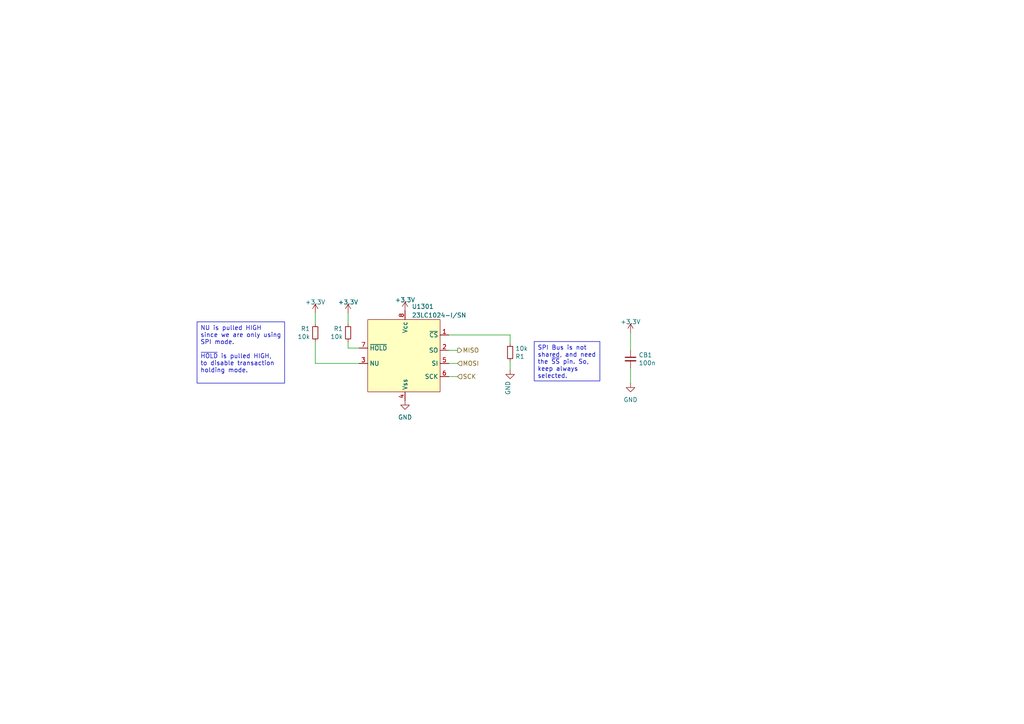
<source format=kicad_sch>
(kicad_sch (version 20230121) (generator eeschema)
  (paper "A4")
  (lib_symbols
    (symbol "Device:C_Small" (pin_numbers hide) (pin_names (offset 0.254) hide)
      (property "Reference" "C" (at 0.254 1.778 0))
      (property "Value" "C_Small" (at 0.254 -2.032 0))
      (symbol "C_Small_0_1"
        (polyline (pts (xy -1.524 -0.508) (xy 1.524 -0.508)) (stroke (width 0.3302)))
        (polyline (pts (xy -1.524 0.508) (xy 1.524 0.508)) (stroke (width 0.3048)))
      )
      (symbol "C_Small_1_1"
        (pin passive line (at 0 2.54 270) (length 2.032) (name "~") (number "1"))
        (pin passive line (at 0 -2.54 90) (length 2.032) (name "~") (number "2"))
      )
    )
    (symbol "Device:R_Small" (pin_numbers hide) (pin_names (offset 0.254) hide)
      (property "Reference" "R" (at 0.762 0.508 0))
      (property "Value" "R_Small" (at 0.762 -1.016 0))
      (symbol "R_Small_0_1"
        (rectangle (start -0.762 1.778) (end 0.762 -1.778) (stroke (width 0.2032)))
      )
      (symbol "R_Small_1_1"
        (pin passive line (at 0 2.54 270) (length 0.762) (name "~") (number "1"))
        (pin passive line (at 0 -2.54 90) (length 0.762) (name "~") (number "2"))
      )
    )
    (symbol "grootvoet:SRAM_23LC1024"
      (property "Reference" "U" (at -9.652 11.684 0))
      (property "Value" "23LC1024-I/SN" (at 9.271 -11.938 0))
      (symbol "SRAM_23LC1024_0_0"
        (pin passive line (at 12.7 5.715 180) (length 2.54) (name "~{CS}") (number "1"))
        (pin output line (at 12.7 1.27 180) (length 2.54) (name "SO") (number "2"))
        (pin passive line (at -13.335 -2.54 0) (length 2.54) (name "NU") (number "3"))
        (pin passive line (at 0 -13.335 90) (length 2.54) (name "Vss") (number "4"))
        (pin input line (at 12.7 -2.54 180) (length 2.54) (name "SI") (number "5"))
        (pin input line (at 12.7 -6.35 180) (length 2.54) (name "SCK") (number "6"))
        (pin input line (at -13.335 1.905 0) (length 2.54) (name "~{HOLD}") (number "7"))
        (pin power_in line (at 0 12.7 270) (length 2.54) (name "Vcc") (number "8"))
      )
      (symbol "SRAM_23LC1024_1_1"
        (rectangle (start -10.795 10.16) (end 10.16 -10.795) (fill (type background)))
      )
    )
    (symbol "power:+3.3V" (power) (pin_names (offset 0))
      (property "Value" "+3.3V" (at 0 3.556 0))
      (symbol "+3.3V_0_1"
        (polyline (pts (xy -0.762 1.27) (xy 0 2.54)))
        (polyline (pts (xy 0 0) (xy 0 2.54)))
        (polyline (pts (xy 0 2.54) (xy 0.762 1.27)))
      )
      (symbol "+3.3V_1_1"
        (pin power_in line (at 0 0 90) (length 0) hide (name "+3.3V") (number "1"))
      )
    )
    (symbol "power:GND" (power) (pin_names (offset 0))
      (property "Value" "GND" (at 0 -3.81 0))
      (symbol "GND_0_1"
        (polyline (pts (xy 0 0) (xy 0 -1.27) (xy 1.27 -1.27) (xy 0 -2.54) (xy -1.27 -1.27) (xy 0 -1.27)))
      )
      (symbol "GND_1_1"
        (pin power_in line (at 0 0 270) (length 0) hide (name "GND") (number "1"))
      )
    )
  )
  (wire (pts (xy 130.175 105.41) (xy 132.715 105.41)))
  (wire (pts (xy 91.44 99.06) (xy 91.44 105.41)))
  (wire (pts (xy 182.88 106.68) (xy 182.88 111.125)))
  (wire (pts (xy 91.44 90.805) (xy 91.44 93.98)))
  (wire (pts (xy 182.88 96.52) (xy 182.88 101.6)))
  (wire (pts (xy 147.955 97.155) (xy 147.955 99.695)))
  (wire (pts (xy 100.965 90.805) (xy 100.965 93.98)))
  (wire (pts (xy 130.175 109.22) (xy 132.715 109.22)))
  (wire (pts (xy 130.175 97.155) (xy 147.955 97.155)))
  (wire (pts (xy 130.175 101.6) (xy 132.715 101.6)))
  (wire (pts (xy 147.955 104.775) (xy 147.955 107.315)))
  (wire (pts (xy 91.44 105.41) (xy 104.14 105.41)))
  (wire (pts (xy 100.965 99.06) (xy 100.965 100.965)))
  (wire (pts (xy 100.965 100.965) (xy 104.14 100.965)))
  (text_box "NU is pulled HIGH since we are only using SPI mode.\n\n~{HOLD} is pulled HIGH, to disable transaction holding mode." (at 57.15 93.345 0) (size 25.4 17.78) (effects (font (size 1.27 1.27)) (justify left top)))
  (text_box "SPI Bus is not shared, and need the ~{SS} pin. So, keep always selected." (at 154.94 99.06 0) (size 19.05 11.43) (effects (font (size 1.27 1.27)) (justify left top)))
  (hierarchical_label "MISO" (shape output) (at 132.715 101.6 0))
  (hierarchical_label "MOSI" (shape input) (at 132.715 105.41 0))
  (hierarchical_label "SCK" (shape input) (at 132.715 109.22 0))
  (symbol (lib_id "Device:R_Small") (at 100.965 96.52 0) (mirror y) (unit 1)
    (property "Reference" "R1" (at 99.4664 95.3516 0) (effects (justify left)))
    (property "Value" "10k" (at 99.4664 97.663 0) (effects (justify left)))
    (property "Footprint" "Resistor_SMD:R_0402_1005Metric" (effects hide))
    (property "MPN" "RT0402FRE1310KL" (effects hide))
    (property "Mfr." "Yageo" (effects hide))
    (instances (project "kleinvoet" (path "" (reference "R1") (unit 1)) (path "" (reference "R20") (unit 1)) (path "" (reference "R1302") (unit 1))))
  )
  (symbol (lib_id "power:+3.3V") (at 117.475 90.17 0) (unit 1)
    (property "Reference" "#PWR0198" (effects hide))
    (property "Value" "+3.3V" (at 117.475 86.995 0))
    (instances (project "kleinvoet" (path "" (reference "#PWR0198") (unit 1)) (path "" (reference "#PWR01303") (unit 1))))
  )
  (symbol (lib_id "power:+3.3V") (at 100.965 90.805 0) (unit 1)
    (property "Reference" "#PWR0198" (effects hide))
    (property "Value" "+3.3V" (at 100.965 87.63 0))
    (instances (project "kleinvoet" (path "" (reference "#PWR0198") (unit 1)) (path "" (reference "#PWR01302") (unit 1))))
  )
  (symbol (lib_id "power:+3.3V") (at 182.88 96.52 0) (unit 1)
    (property "Reference" "#PWR0198" (effects hide))
    (property "Value" "+3.3V" (at 182.88 93.345 0))
    (instances (project "kleinvoet" (path "" (reference "#PWR0198") (unit 1)) (path "" (reference "#PWR01306") (unit 1))))
  )
  (symbol (lib_id "Device:R_Small") (at 147.955 102.235 0) (mirror x) (unit 1)
    (property "Reference" "R1" (at 149.4536 103.4034 0) (effects (justify left)))
    (property "Value" "10k" (at 149.4536 101.092 0) (effects (justify left)))
    (property "Footprint" "Resistor_SMD:R_0402_1005Metric" (effects hide))
    (property "MPN" "RT0402FRE1310KL" (effects hide))
    (property "Mfr." "Yageo" (effects hide))
    (instances (project "kleinvoet" (path "" (reference "R1") (unit 1)) (path "" (reference "R20") (unit 1)) (path "" (reference "R1303") (unit 1))))
  )
  (symbol (lib_id "power:GND") (at 147.955 107.315 0) (unit 1)
    (property "Reference" "#PWR0200" (effects hide))
    (property "Value" "GND" (at 147.32 110.49 90) (effects (justify right)))
    (instances (project "kleinvoet" (path "" (reference "#PWR0200") (unit 1)) (path "" (reference "#PWR01305") (unit 1))))
  )
  (symbol (lib_id "Device:C_Small") (at 182.88 104.14 0) (unit 1)
    (property "Reference" "CB1" (at 185.2168 102.9716 0) (effects (justify left)))
    (property "Value" "100n" (at 185.2168 105.283 0) (effects (justify left)))
    (property "Footprint" "Capacitor_SMD:C_0603_1608Metric_Pad1.08x0.95mm_HandSolder" (effects hide))
    (property "MPN" "C0603C104M5RACTU" (effects hide))
    (property "Mfr." "KEMET" (effects hide))
    (instances (project "kleinvoet" (path "" (reference "CB1") (unit 1)) (path "" (reference "CB11") (unit 1)) (path "" (reference "CB1301") (unit 1))))
  )
  (symbol (lib_id "power:+3.3V") (at 91.44 90.805 0) (unit 1)
    (property "Reference" "#PWR0198" (effects hide))
    (property "Value" "+3.3V" (at 91.44 87.63 0))
    (instances (project "kleinvoet" (path "" (reference "#PWR0198") (unit 1)) (path "" (reference "#PWR01301") (unit 1))))
  )
  (symbol (lib_id "grootvoet:SRAM_23LC1024") (at 117.475 102.87 0) (unit 1)
    (property "Reference" "U1301" (at 119.4309 88.9 0) (effects (justify left)))
    (property "Value" "23LC1024-I/SN" (at 119.4309 91.44 0) (effects (justify left)))
    (property "Footprint" "Package_SO:SOIC-8_3.9x4.9mm_P1.27mm" (effects hide))
    (property "Datasheet" "https://www.microchip.com/en-us/product/23LC1024" (effects hide))
  )
  (symbol (lib_id "power:GND") (at 117.475 116.205 0) (unit 1)
    (property "Reference" "#PWR0200" (effects hide))
    (property "Value" "GND" (at 117.475 121.031 0))
    (instances (project "kleinvoet" (path "" (reference "#PWR0200") (unit 1)) (path "" (reference "#PWR01304") (unit 1))))
  )
  (symbol (lib_id "Device:R_Small") (at 91.44 96.52 0) (mirror y) (unit 1)
    (property "Reference" "R1" (at 89.9414 95.3516 0) (effects (justify left)))
    (property "Value" "10k" (at 89.9414 97.663 0) (effects (justify left)))
    (property "Footprint" "Resistor_SMD:R_0402_1005Metric" (effects hide))
    (property "MPN" "RT0402FRE1310KL" (effects hide))
    (property "Mfr." "Yageo" (effects hide))
    (instances (project "kleinvoet" (path "" (reference "R1") (unit 1)) (path "" (reference "R20") (unit 1)) (path "" (reference "R1301") (unit 1))))
  )
  (symbol (lib_id "power:GND") (at 182.88 111.125 0) (unit 1)
    (property "Reference" "#PWR0200" (effects hide))
    (property "Value" "GND" (at 182.88 115.951 0))
    (instances (project "kleinvoet" (path "" (reference "#PWR0200") (unit 1)) (path "" (reference "#PWR01307") (unit 1))))
  )
)
</source>
